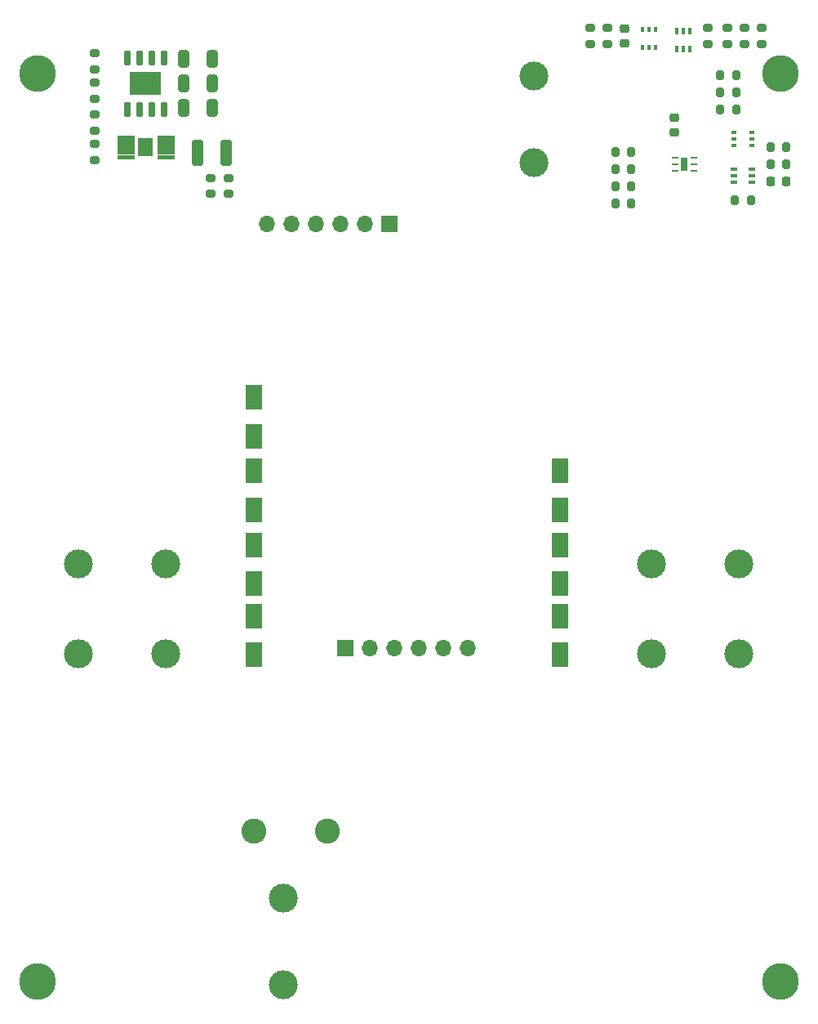
<source format=gts>
G04 #@! TF.GenerationSoftware,KiCad,Pcbnew,(6.0.5)*
G04 #@! TF.CreationDate,2023-05-08T02:17:39-07:00*
G04 #@! TF.ProjectId,X_Y_Panels,585f595f-5061-46e6-956c-732e6b696361,rev?*
G04 #@! TF.SameCoordinates,Original*
G04 #@! TF.FileFunction,Soldermask,Top*
G04 #@! TF.FilePolarity,Negative*
%FSLAX46Y46*%
G04 Gerber Fmt 4.6, Leading zero omitted, Abs format (unit mm)*
G04 Created by KiCad (PCBNEW (6.0.5)) date 2023-05-08 02:17:39*
%MOMM*%
%LPD*%
G01*
G04 APERTURE LIST*
G04 Aperture macros list*
%AMRoundRect*
0 Rectangle with rounded corners*
0 $1 Rounding radius*
0 $2 $3 $4 $5 $6 $7 $8 $9 X,Y pos of 4 corners*
0 Add a 4 corners polygon primitive as box body*
4,1,4,$2,$3,$4,$5,$6,$7,$8,$9,$2,$3,0*
0 Add four circle primitives for the rounded corners*
1,1,$1+$1,$2,$3*
1,1,$1+$1,$4,$5*
1,1,$1+$1,$6,$7*
1,1,$1+$1,$8,$9*
0 Add four rect primitives between the rounded corners*
20,1,$1+$1,$2,$3,$4,$5,0*
20,1,$1+$1,$4,$5,$6,$7,0*
20,1,$1+$1,$6,$7,$8,$9,0*
20,1,$1+$1,$8,$9,$2,$3,0*%
G04 Aperture macros list end*
%ADD10C,0.010000*%
%ADD11RoundRect,0.200000X-0.200000X-0.275000X0.200000X-0.275000X0.200000X0.275000X-0.200000X0.275000X0*%
%ADD12RoundRect,0.200000X0.200000X0.275000X-0.200000X0.275000X-0.200000X-0.275000X0.200000X-0.275000X0*%
%ADD13RoundRect,0.200000X0.275000X-0.200000X0.275000X0.200000X-0.275000X0.200000X-0.275000X-0.200000X0*%
%ADD14RoundRect,0.225000X0.250000X-0.225000X0.250000X0.225000X-0.250000X0.225000X-0.250000X-0.225000X0*%
%ADD15C,3.000000*%
%ADD16RoundRect,0.250000X-0.325000X-1.100000X0.325000X-1.100000X0.325000X1.100000X-0.325000X1.100000X0*%
%ADD17R,0.740000X0.270000*%
%ADD18R,0.650000X1.350000*%
%ADD19RoundRect,0.200000X-0.275000X0.200000X-0.275000X-0.200000X0.275000X-0.200000X0.275000X0.200000X0*%
%ADD20RoundRect,0.250000X0.325000X0.650000X-0.325000X0.650000X-0.325000X-0.650000X0.325000X-0.650000X0*%
%ADD21R,1.700000X1.700000*%
%ADD22O,1.700000X1.700000*%
%ADD23C,3.800000*%
%ADD24C,2.600000*%
%ADD25RoundRect,0.250000X-0.325000X-0.650000X0.325000X-0.650000X0.325000X0.650000X-0.325000X0.650000X0*%
%ADD26R,0.600000X0.400000*%
%ADD27RoundRect,0.150000X0.150000X-0.650000X0.150000X0.650000X-0.150000X0.650000X-0.150000X-0.650000X0*%
%ADD28R,3.200000X2.400000*%
%ADD29R,1.700000X2.500000*%
%ADD30RoundRect,0.225000X-0.225000X-0.250000X0.225000X-0.250000X0.225000X0.250000X-0.225000X0.250000X0*%
%ADD31R,1.570000X1.880000*%
%ADD32R,0.650000X0.400000*%
%ADD33R,0.400000X0.650000*%
%ADD34R,0.400000X0.600000*%
G04 APERTURE END LIST*
G36*
X113723000Y-53295000D02*
G01*
X112023000Y-53295000D01*
X112023000Y-52895000D01*
X113723000Y-52895000D01*
X113723000Y-53295000D01*
G37*
D10*
X113723000Y-53295000D02*
X112023000Y-53295000D01*
X112023000Y-52895000D01*
X113723000Y-52895000D01*
X113723000Y-53295000D01*
G36*
X117923000Y-52295000D02*
G01*
X116223000Y-52295000D01*
X116223000Y-51895000D01*
X117923000Y-51895000D01*
X117923000Y-52295000D01*
G37*
X117923000Y-52295000D02*
X116223000Y-52295000D01*
X116223000Y-51895000D01*
X117923000Y-51895000D01*
X117923000Y-52295000D01*
G36*
X113723000Y-51795000D02*
G01*
X112023000Y-51795000D01*
X112023000Y-51395000D01*
X113723000Y-51395000D01*
X113723000Y-51795000D01*
G37*
X113723000Y-51795000D02*
X112023000Y-51795000D01*
X112023000Y-51395000D01*
X113723000Y-51395000D01*
X113723000Y-51795000D01*
G36*
X117923000Y-53795000D02*
G01*
X116223000Y-53795000D01*
X116223000Y-53395000D01*
X117923000Y-53395000D01*
X117923000Y-53795000D01*
G37*
X117923000Y-53795000D02*
X116223000Y-53795000D01*
X116223000Y-53395000D01*
X117923000Y-53395000D01*
X117923000Y-53795000D01*
G36*
X113723000Y-52795000D02*
G01*
X112023000Y-52795000D01*
X112023000Y-52395000D01*
X113723000Y-52395000D01*
X113723000Y-52795000D01*
G37*
X113723000Y-52795000D02*
X112023000Y-52795000D01*
X112023000Y-52395000D01*
X113723000Y-52395000D01*
X113723000Y-52795000D01*
G36*
X117923000Y-51795000D02*
G01*
X116223000Y-51795000D01*
X116223000Y-51395000D01*
X117923000Y-51395000D01*
X117923000Y-51795000D01*
G37*
X117923000Y-51795000D02*
X116223000Y-51795000D01*
X116223000Y-51395000D01*
X117923000Y-51395000D01*
X117923000Y-51795000D01*
G36*
X113723000Y-52295000D02*
G01*
X112023000Y-52295000D01*
X112023000Y-51895000D01*
X113723000Y-51895000D01*
X113723000Y-52295000D01*
G37*
X113723000Y-52295000D02*
X112023000Y-52295000D01*
X112023000Y-51895000D01*
X113723000Y-51895000D01*
X113723000Y-52295000D01*
G36*
X117923000Y-53295000D02*
G01*
X116223000Y-53295000D01*
X116223000Y-52895000D01*
X117923000Y-52895000D01*
X117923000Y-53295000D01*
G37*
X117923000Y-53295000D02*
X116223000Y-53295000D01*
X116223000Y-52895000D01*
X117923000Y-52895000D01*
X117923000Y-53295000D01*
G36*
X117923000Y-52795000D02*
G01*
X116223000Y-52795000D01*
X116223000Y-52395000D01*
X117923000Y-52395000D01*
X117923000Y-52795000D01*
G37*
X117923000Y-52795000D02*
X116223000Y-52795000D01*
X116223000Y-52395000D01*
X117923000Y-52395000D01*
X117923000Y-52795000D01*
G36*
X113723000Y-53795000D02*
G01*
X112023000Y-53795000D01*
X112023000Y-53395000D01*
X113723000Y-53395000D01*
X113723000Y-53795000D01*
G37*
X113723000Y-53795000D02*
X112023000Y-53795000D01*
X112023000Y-53395000D01*
X113723000Y-53395000D01*
X113723000Y-53795000D01*
D11*
X174581000Y-46876000D03*
X176231000Y-46876000D03*
D12*
X165339000Y-56650000D03*
X163689000Y-56650000D03*
D13*
X109728000Y-44513000D03*
X109728000Y-42863000D03*
D14*
X169848000Y-51075000D03*
X169848000Y-49525000D03*
D15*
X129240000Y-139374000D03*
X129240000Y-130374000D03*
D16*
X120380000Y-53200000D03*
X123330000Y-53200000D03*
D17*
X169869000Y-53714000D03*
X169869000Y-54364000D03*
X169869000Y-55014000D03*
X171859000Y-55014000D03*
X171859000Y-54364000D03*
X171859000Y-53714000D03*
D18*
X170864000Y-54364000D03*
D19*
X178851000Y-40241000D03*
X178851000Y-41891000D03*
D20*
X121853000Y-43438000D03*
X118903000Y-43438000D03*
D21*
X135680000Y-104520000D03*
D22*
X138220000Y-104520000D03*
X140760000Y-104520000D03*
X143300000Y-104520000D03*
X145840000Y-104520000D03*
X148380000Y-104520000D03*
D23*
X180792000Y-138997997D03*
D24*
X180792000Y-138997997D03*
D25*
X118903000Y-48513000D03*
X121853000Y-48513000D03*
D26*
X177881000Y-52373000D03*
X177881000Y-51723000D03*
X177881000Y-51073000D03*
X175981000Y-51073000D03*
X175981000Y-51723000D03*
X175981000Y-52373000D03*
D15*
X108022000Y-105058000D03*
X117022000Y-105058000D03*
D12*
X176231000Y-45098000D03*
X174581000Y-45098000D03*
D13*
X162849000Y-41891000D03*
X162849000Y-40241000D03*
D27*
X113068000Y-48641000D03*
X114338000Y-48641000D03*
X115608000Y-48641000D03*
X116878000Y-48641000D03*
X116878000Y-43341000D03*
X115608000Y-43341000D03*
X114338000Y-43341000D03*
X113068000Y-43341000D03*
D28*
X114973000Y-45991000D03*
D13*
X177073000Y-41891000D03*
X177073000Y-40241000D03*
D29*
X157988000Y-93800000D03*
X157988000Y-97800000D03*
X126238000Y-78518000D03*
X126238000Y-82518000D03*
D13*
X109728000Y-47561000D03*
X109728000Y-45911000D03*
D30*
X179831000Y-56176000D03*
X181381000Y-56176000D03*
D31*
X114973000Y-52595000D03*
D25*
X118903000Y-45973000D03*
X121853000Y-45973000D03*
D29*
X126238000Y-86138000D03*
X126238000Y-90138000D03*
D11*
X163689000Y-53094000D03*
X165339000Y-53094000D03*
X179778000Y-52617000D03*
X181428000Y-52617000D03*
D22*
X127592000Y-60497997D03*
X130132000Y-60497997D03*
X132672000Y-60497997D03*
X135212000Y-60497997D03*
X137752000Y-60497997D03*
D21*
X140292000Y-60497997D03*
D14*
X164627000Y-41841000D03*
X164627000Y-40291000D03*
D19*
X109728000Y-49213000D03*
X109728000Y-50863000D03*
D29*
X126214000Y-93800000D03*
X126214000Y-97800000D03*
D12*
X177756000Y-58073000D03*
X176106000Y-58073000D03*
D15*
X117022000Y-95752000D03*
X108022000Y-95752000D03*
D19*
X121690000Y-55785000D03*
X121690000Y-57435000D03*
D32*
X177881000Y-56183000D03*
X177881000Y-55533000D03*
X177881000Y-54883000D03*
X175981000Y-54883000D03*
X175981000Y-55533000D03*
X175981000Y-56183000D03*
D15*
X176458000Y-95758000D03*
X167458000Y-95758000D03*
D24*
X103792000Y-44997997D03*
D23*
X103792000Y-44997997D03*
D19*
X109728000Y-52261000D03*
X109728000Y-53911000D03*
D11*
X179781000Y-54398000D03*
X181431000Y-54398000D03*
D33*
X171394000Y-40531000D03*
X170744000Y-40531000D03*
X170094000Y-40531000D03*
X170094000Y-42431000D03*
X170744000Y-42431000D03*
X171394000Y-42431000D03*
D34*
X167817000Y-40381000D03*
X167167000Y-40381000D03*
X166517000Y-40381000D03*
X166517000Y-42281000D03*
X167167000Y-42281000D03*
X167817000Y-42281000D03*
D12*
X176231000Y-48654000D03*
X174581000Y-48654000D03*
D13*
X173263000Y-41891000D03*
X173263000Y-40241000D03*
D12*
X165339000Y-58428000D03*
X163689000Y-58428000D03*
D13*
X161069000Y-41881000D03*
X161069000Y-40231000D03*
D24*
X103792000Y-138997997D03*
D23*
X103792000Y-138997997D03*
D29*
X157988000Y-101140000D03*
X157988000Y-105140000D03*
X126194000Y-101140000D03*
X126194000Y-105140000D03*
D15*
X155260000Y-45210000D03*
X155260000Y-54210000D03*
D23*
X180792000Y-44997997D03*
D24*
X180792000Y-44997997D03*
D11*
X163689000Y-54872000D03*
X165339000Y-54872000D03*
D19*
X175295000Y-40241000D03*
X175295000Y-41891000D03*
X123570000Y-55755000D03*
X123570000Y-57405000D03*
D24*
X126238000Y-123444000D03*
X133858000Y-123444000D03*
D29*
X157988000Y-86138000D03*
X157988000Y-90138000D03*
D15*
X167458000Y-105066000D03*
X176458000Y-105066000D03*
M02*

</source>
